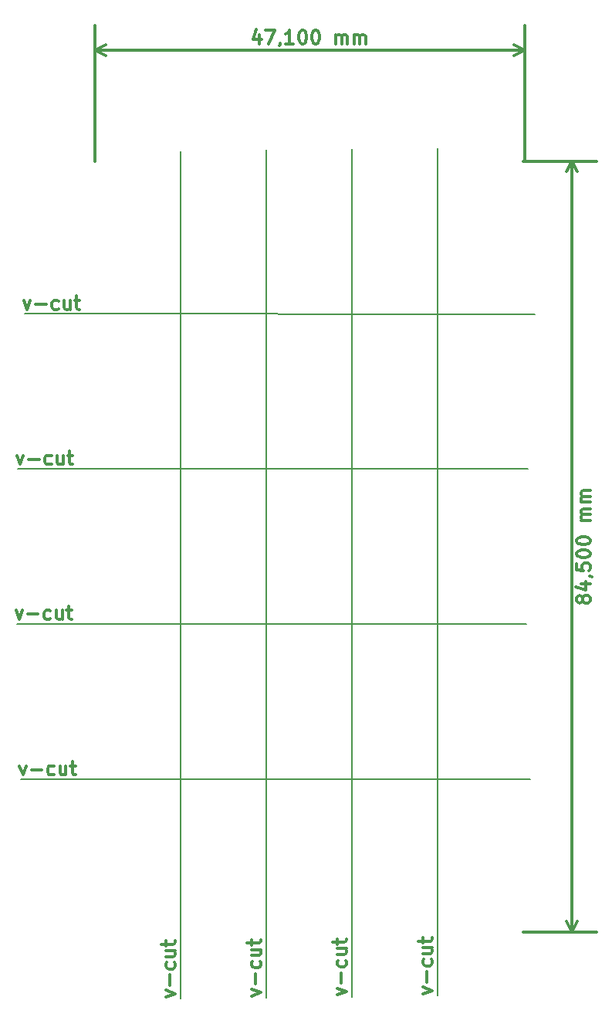
<source format=gbr>
G04 #@! TF.FileFunction,Other,Comment*
%FSLAX46Y46*%
G04 Gerber Fmt 4.6, Leading zero omitted, Abs format (unit mm)*
G04 Created by KiCad (PCBNEW 4.0.2+dfsg1-stable) date Mi 03 Jan 2018 18:02:16 CET*
%MOMM*%
G01*
G04 APERTURE LIST*
%ADD10C,0.100000*%
%ADD11C,0.200000*%
%ADD12C,0.300000*%
G04 APERTURE END LIST*
D10*
D11*
X128290000Y-47770000D02*
X128280000Y-140700000D01*
D12*
X126678571Y-140505714D02*
X127678571Y-140148571D01*
X126678571Y-139791429D01*
X127107143Y-139220000D02*
X127107143Y-138077143D01*
X127607143Y-136720000D02*
X127678571Y-136862857D01*
X127678571Y-137148571D01*
X127607143Y-137291429D01*
X127535714Y-137362857D01*
X127392857Y-137434286D01*
X126964286Y-137434286D01*
X126821429Y-137362857D01*
X126750000Y-137291429D01*
X126678571Y-137148571D01*
X126678571Y-136862857D01*
X126750000Y-136720000D01*
X126678571Y-135434286D02*
X127678571Y-135434286D01*
X126678571Y-136077143D02*
X127464286Y-136077143D01*
X127607143Y-136005715D01*
X127678571Y-135862857D01*
X127678571Y-135648572D01*
X127607143Y-135505715D01*
X127535714Y-135434286D01*
X126678571Y-134934286D02*
X126678571Y-134362857D01*
X126178571Y-134720000D02*
X127464286Y-134720000D01*
X127607143Y-134648572D01*
X127678571Y-134505714D01*
X127678571Y-134362857D01*
D11*
X137700000Y-47650000D02*
X137690000Y-140580000D01*
D12*
X136088571Y-140385714D02*
X137088571Y-140028571D01*
X136088571Y-139671429D01*
X136517143Y-139100000D02*
X136517143Y-137957143D01*
X137017143Y-136600000D02*
X137088571Y-136742857D01*
X137088571Y-137028571D01*
X137017143Y-137171429D01*
X136945714Y-137242857D01*
X136802857Y-137314286D01*
X136374286Y-137314286D01*
X136231429Y-137242857D01*
X136160000Y-137171429D01*
X136088571Y-137028571D01*
X136088571Y-136742857D01*
X136160000Y-136600000D01*
X136088571Y-135314286D02*
X137088571Y-135314286D01*
X136088571Y-135957143D02*
X136874286Y-135957143D01*
X137017143Y-135885715D01*
X137088571Y-135742857D01*
X137088571Y-135528572D01*
X137017143Y-135385715D01*
X136945714Y-135314286D01*
X136088571Y-134814286D02*
X136088571Y-134242857D01*
X135588571Y-134600000D02*
X136874286Y-134600000D01*
X137017143Y-134528572D01*
X137088571Y-134385714D01*
X137088571Y-134242857D01*
D11*
X118900000Y-47870000D02*
X118890000Y-140800000D01*
D12*
X117288571Y-140605714D02*
X118288571Y-140248571D01*
X117288571Y-139891429D01*
X117717143Y-139320000D02*
X117717143Y-138177143D01*
X118217143Y-136820000D02*
X118288571Y-136962857D01*
X118288571Y-137248571D01*
X118217143Y-137391429D01*
X118145714Y-137462857D01*
X118002857Y-137534286D01*
X117574286Y-137534286D01*
X117431429Y-137462857D01*
X117360000Y-137391429D01*
X117288571Y-137248571D01*
X117288571Y-136962857D01*
X117360000Y-136820000D01*
X117288571Y-135534286D02*
X118288571Y-135534286D01*
X117288571Y-136177143D02*
X118074286Y-136177143D01*
X118217143Y-136105715D01*
X118288571Y-135962857D01*
X118288571Y-135748572D01*
X118217143Y-135605715D01*
X118145714Y-135534286D01*
X117288571Y-135034286D02*
X117288571Y-134462857D01*
X116788571Y-134820000D02*
X118074286Y-134820000D01*
X118217143Y-134748572D01*
X118288571Y-134605714D01*
X118288571Y-134462857D01*
X107878571Y-140725714D02*
X108878571Y-140368571D01*
X107878571Y-140011429D01*
X108307143Y-139440000D02*
X108307143Y-138297143D01*
X108807143Y-136940000D02*
X108878571Y-137082857D01*
X108878571Y-137368571D01*
X108807143Y-137511429D01*
X108735714Y-137582857D01*
X108592857Y-137654286D01*
X108164286Y-137654286D01*
X108021429Y-137582857D01*
X107950000Y-137511429D01*
X107878571Y-137368571D01*
X107878571Y-137082857D01*
X107950000Y-136940000D01*
X107878571Y-135654286D02*
X108878571Y-135654286D01*
X107878571Y-136297143D02*
X108664286Y-136297143D01*
X108807143Y-136225715D01*
X108878571Y-136082857D01*
X108878571Y-135868572D01*
X108807143Y-135725715D01*
X108735714Y-135654286D01*
X107878571Y-135154286D02*
X107878571Y-134582857D01*
X107378571Y-134940000D02*
X108664286Y-134940000D01*
X108807143Y-134868572D01*
X108878571Y-134725714D01*
X108878571Y-134582857D01*
D11*
X109490000Y-47990000D02*
X109480000Y-140920000D01*
X147840000Y-116880000D02*
X91930000Y-116870000D01*
D12*
X91814286Y-115378571D02*
X92171429Y-116378571D01*
X92528571Y-115378571D01*
X93100000Y-115807143D02*
X94242857Y-115807143D01*
X95600000Y-116307143D02*
X95457143Y-116378571D01*
X95171429Y-116378571D01*
X95028571Y-116307143D01*
X94957143Y-116235714D01*
X94885714Y-116092857D01*
X94885714Y-115664286D01*
X94957143Y-115521429D01*
X95028571Y-115450000D01*
X95171429Y-115378571D01*
X95457143Y-115378571D01*
X95600000Y-115450000D01*
X96885714Y-115378571D02*
X96885714Y-116378571D01*
X96242857Y-115378571D02*
X96242857Y-116164286D01*
X96314285Y-116307143D01*
X96457143Y-116378571D01*
X96671428Y-116378571D01*
X96814285Y-116307143D01*
X96885714Y-116235714D01*
X97385714Y-115378571D02*
X97957143Y-115378571D01*
X97600000Y-114878571D02*
X97600000Y-116164286D01*
X97671428Y-116307143D01*
X97814286Y-116378571D01*
X97957143Y-116378571D01*
D11*
X147440000Y-99850000D02*
X91530000Y-99840000D01*
D12*
X91414286Y-98348571D02*
X91771429Y-99348571D01*
X92128571Y-98348571D01*
X92700000Y-98777143D02*
X93842857Y-98777143D01*
X95200000Y-99277143D02*
X95057143Y-99348571D01*
X94771429Y-99348571D01*
X94628571Y-99277143D01*
X94557143Y-99205714D01*
X94485714Y-99062857D01*
X94485714Y-98634286D01*
X94557143Y-98491429D01*
X94628571Y-98420000D01*
X94771429Y-98348571D01*
X95057143Y-98348571D01*
X95200000Y-98420000D01*
X96485714Y-98348571D02*
X96485714Y-99348571D01*
X95842857Y-98348571D02*
X95842857Y-99134286D01*
X95914285Y-99277143D01*
X96057143Y-99348571D01*
X96271428Y-99348571D01*
X96414285Y-99277143D01*
X96485714Y-99205714D01*
X96985714Y-98348571D02*
X97557143Y-98348571D01*
X97200000Y-97848571D02*
X97200000Y-99134286D01*
X97271428Y-99277143D01*
X97414286Y-99348571D01*
X97557143Y-99348571D01*
D11*
X147540000Y-82850000D02*
X91630000Y-82840000D01*
D12*
X91514286Y-81348571D02*
X91871429Y-82348571D01*
X92228571Y-81348571D01*
X92800000Y-81777143D02*
X93942857Y-81777143D01*
X95300000Y-82277143D02*
X95157143Y-82348571D01*
X94871429Y-82348571D01*
X94728571Y-82277143D01*
X94657143Y-82205714D01*
X94585714Y-82062857D01*
X94585714Y-81634286D01*
X94657143Y-81491429D01*
X94728571Y-81420000D01*
X94871429Y-81348571D01*
X95157143Y-81348571D01*
X95300000Y-81420000D01*
X96585714Y-81348571D02*
X96585714Y-82348571D01*
X95942857Y-81348571D02*
X95942857Y-82134286D01*
X96014285Y-82277143D01*
X96157143Y-82348571D01*
X96371428Y-82348571D01*
X96514285Y-82277143D01*
X96585714Y-82205714D01*
X97085714Y-81348571D02*
X97657143Y-81348571D01*
X97300000Y-80848571D02*
X97300000Y-82134286D01*
X97371428Y-82277143D01*
X97514286Y-82348571D01*
X97657143Y-82348571D01*
X92274286Y-64348571D02*
X92631429Y-65348571D01*
X92988571Y-64348571D01*
X93560000Y-64777143D02*
X94702857Y-64777143D01*
X96060000Y-65277143D02*
X95917143Y-65348571D01*
X95631429Y-65348571D01*
X95488571Y-65277143D01*
X95417143Y-65205714D01*
X95345714Y-65062857D01*
X95345714Y-64634286D01*
X95417143Y-64491429D01*
X95488571Y-64420000D01*
X95631429Y-64348571D01*
X95917143Y-64348571D01*
X96060000Y-64420000D01*
X97345714Y-64348571D02*
X97345714Y-65348571D01*
X96702857Y-64348571D02*
X96702857Y-65134286D01*
X96774285Y-65277143D01*
X96917143Y-65348571D01*
X97131428Y-65348571D01*
X97274285Y-65277143D01*
X97345714Y-65205714D01*
X97845714Y-64348571D02*
X98417143Y-64348571D01*
X98060000Y-63848571D02*
X98060000Y-65134286D01*
X98131428Y-65277143D01*
X98274286Y-65348571D01*
X98417143Y-65348571D01*
D11*
X148300000Y-65850000D02*
X92390000Y-65840000D01*
D12*
X153571429Y-97278570D02*
X153500000Y-97421428D01*
X153428571Y-97492856D01*
X153285714Y-97564285D01*
X153214286Y-97564285D01*
X153071429Y-97492856D01*
X153000000Y-97421428D01*
X152928571Y-97278570D01*
X152928571Y-96992856D01*
X153000000Y-96849999D01*
X153071429Y-96778570D01*
X153214286Y-96707142D01*
X153285714Y-96707142D01*
X153428571Y-96778570D01*
X153500000Y-96849999D01*
X153571429Y-96992856D01*
X153571429Y-97278570D01*
X153642857Y-97421428D01*
X153714286Y-97492856D01*
X153857143Y-97564285D01*
X154142857Y-97564285D01*
X154285714Y-97492856D01*
X154357143Y-97421428D01*
X154428571Y-97278570D01*
X154428571Y-96992856D01*
X154357143Y-96849999D01*
X154285714Y-96778570D01*
X154142857Y-96707142D01*
X153857143Y-96707142D01*
X153714286Y-96778570D01*
X153642857Y-96849999D01*
X153571429Y-96992856D01*
X153428571Y-95421428D02*
X154428571Y-95421428D01*
X152857143Y-95778571D02*
X153928571Y-96135714D01*
X153928571Y-95207142D01*
X154357143Y-94564286D02*
X154428571Y-94564286D01*
X154571429Y-94635714D01*
X154642857Y-94707143D01*
X152928571Y-93207142D02*
X152928571Y-93921428D01*
X153642857Y-93992857D01*
X153571429Y-93921428D01*
X153500000Y-93778571D01*
X153500000Y-93421428D01*
X153571429Y-93278571D01*
X153642857Y-93207142D01*
X153785714Y-93135714D01*
X154142857Y-93135714D01*
X154285714Y-93207142D01*
X154357143Y-93278571D01*
X154428571Y-93421428D01*
X154428571Y-93778571D01*
X154357143Y-93921428D01*
X154285714Y-93992857D01*
X152928571Y-92207143D02*
X152928571Y-92064286D01*
X153000000Y-91921429D01*
X153071429Y-91850000D01*
X153214286Y-91778571D01*
X153500000Y-91707143D01*
X153857143Y-91707143D01*
X154142857Y-91778571D01*
X154285714Y-91850000D01*
X154357143Y-91921429D01*
X154428571Y-92064286D01*
X154428571Y-92207143D01*
X154357143Y-92350000D01*
X154285714Y-92421429D01*
X154142857Y-92492857D01*
X153857143Y-92564286D01*
X153500000Y-92564286D01*
X153214286Y-92492857D01*
X153071429Y-92421429D01*
X153000000Y-92350000D01*
X152928571Y-92207143D01*
X152928571Y-90778572D02*
X152928571Y-90635715D01*
X153000000Y-90492858D01*
X153071429Y-90421429D01*
X153214286Y-90350000D01*
X153500000Y-90278572D01*
X153857143Y-90278572D01*
X154142857Y-90350000D01*
X154285714Y-90421429D01*
X154357143Y-90492858D01*
X154428571Y-90635715D01*
X154428571Y-90778572D01*
X154357143Y-90921429D01*
X154285714Y-90992858D01*
X154142857Y-91064286D01*
X153857143Y-91135715D01*
X153500000Y-91135715D01*
X153214286Y-91064286D01*
X153071429Y-90992858D01*
X153000000Y-90921429D01*
X152928571Y-90778572D01*
X154428571Y-88492858D02*
X153428571Y-88492858D01*
X153571429Y-88492858D02*
X153500000Y-88421430D01*
X153428571Y-88278572D01*
X153428571Y-88064287D01*
X153500000Y-87921430D01*
X153642857Y-87850001D01*
X154428571Y-87850001D01*
X153642857Y-87850001D02*
X153500000Y-87778572D01*
X153428571Y-87635715D01*
X153428571Y-87421430D01*
X153500000Y-87278572D01*
X153642857Y-87207144D01*
X154428571Y-87207144D01*
X154428571Y-86492858D02*
X153428571Y-86492858D01*
X153571429Y-86492858D02*
X153500000Y-86421430D01*
X153428571Y-86278572D01*
X153428571Y-86064287D01*
X153500000Y-85921430D01*
X153642857Y-85850001D01*
X154428571Y-85850001D01*
X153642857Y-85850001D02*
X153500000Y-85778572D01*
X153428571Y-85635715D01*
X153428571Y-85421430D01*
X153500000Y-85278572D01*
X153642857Y-85207144D01*
X154428571Y-85207144D01*
X152400000Y-133600000D02*
X152400000Y-49100000D01*
X147100000Y-133600000D02*
X155100000Y-133600000D01*
X147100000Y-49100000D02*
X155100000Y-49100000D01*
X152400000Y-49100000D02*
X152986421Y-50226504D01*
X152400000Y-49100000D02*
X151813579Y-50226504D01*
X152400000Y-133600000D02*
X152986421Y-132473496D01*
X152400000Y-133600000D02*
X151813579Y-132473496D01*
X118150001Y-35228571D02*
X118150001Y-36228571D01*
X117792858Y-34657143D02*
X117435715Y-35728571D01*
X118364287Y-35728571D01*
X118792858Y-34728571D02*
X119792858Y-34728571D01*
X119150001Y-36228571D01*
X120435714Y-36157143D02*
X120435714Y-36228571D01*
X120364286Y-36371429D01*
X120292857Y-36442857D01*
X121864286Y-36228571D02*
X121007143Y-36228571D01*
X121435715Y-36228571D02*
X121435715Y-34728571D01*
X121292858Y-34942857D01*
X121150000Y-35085714D01*
X121007143Y-35157143D01*
X122792857Y-34728571D02*
X122935714Y-34728571D01*
X123078571Y-34800000D01*
X123150000Y-34871429D01*
X123221429Y-35014286D01*
X123292857Y-35300000D01*
X123292857Y-35657143D01*
X123221429Y-35942857D01*
X123150000Y-36085714D01*
X123078571Y-36157143D01*
X122935714Y-36228571D01*
X122792857Y-36228571D01*
X122650000Y-36157143D01*
X122578571Y-36085714D01*
X122507143Y-35942857D01*
X122435714Y-35657143D01*
X122435714Y-35300000D01*
X122507143Y-35014286D01*
X122578571Y-34871429D01*
X122650000Y-34800000D01*
X122792857Y-34728571D01*
X124221428Y-34728571D02*
X124364285Y-34728571D01*
X124507142Y-34800000D01*
X124578571Y-34871429D01*
X124650000Y-35014286D01*
X124721428Y-35300000D01*
X124721428Y-35657143D01*
X124650000Y-35942857D01*
X124578571Y-36085714D01*
X124507142Y-36157143D01*
X124364285Y-36228571D01*
X124221428Y-36228571D01*
X124078571Y-36157143D01*
X124007142Y-36085714D01*
X123935714Y-35942857D01*
X123864285Y-35657143D01*
X123864285Y-35300000D01*
X123935714Y-35014286D01*
X124007142Y-34871429D01*
X124078571Y-34800000D01*
X124221428Y-34728571D01*
X126507142Y-36228571D02*
X126507142Y-35228571D01*
X126507142Y-35371429D02*
X126578570Y-35300000D01*
X126721428Y-35228571D01*
X126935713Y-35228571D01*
X127078570Y-35300000D01*
X127149999Y-35442857D01*
X127149999Y-36228571D01*
X127149999Y-35442857D02*
X127221428Y-35300000D01*
X127364285Y-35228571D01*
X127578570Y-35228571D01*
X127721428Y-35300000D01*
X127792856Y-35442857D01*
X127792856Y-36228571D01*
X128507142Y-36228571D02*
X128507142Y-35228571D01*
X128507142Y-35371429D02*
X128578570Y-35300000D01*
X128721428Y-35228571D01*
X128935713Y-35228571D01*
X129078570Y-35300000D01*
X129149999Y-35442857D01*
X129149999Y-36228571D01*
X129149999Y-35442857D02*
X129221428Y-35300000D01*
X129364285Y-35228571D01*
X129578570Y-35228571D01*
X129721428Y-35300000D01*
X129792856Y-35442857D01*
X129792856Y-36228571D01*
X100100000Y-36900000D02*
X147200000Y-36900000D01*
X100100000Y-49100000D02*
X100100000Y-34200000D01*
X147200000Y-49100000D02*
X147200000Y-34200000D01*
X147200000Y-36900000D02*
X146073496Y-37486421D01*
X147200000Y-36900000D02*
X146073496Y-36313579D01*
X100100000Y-36900000D02*
X101226504Y-37486421D01*
X100100000Y-36900000D02*
X101226504Y-36313579D01*
M02*

</source>
